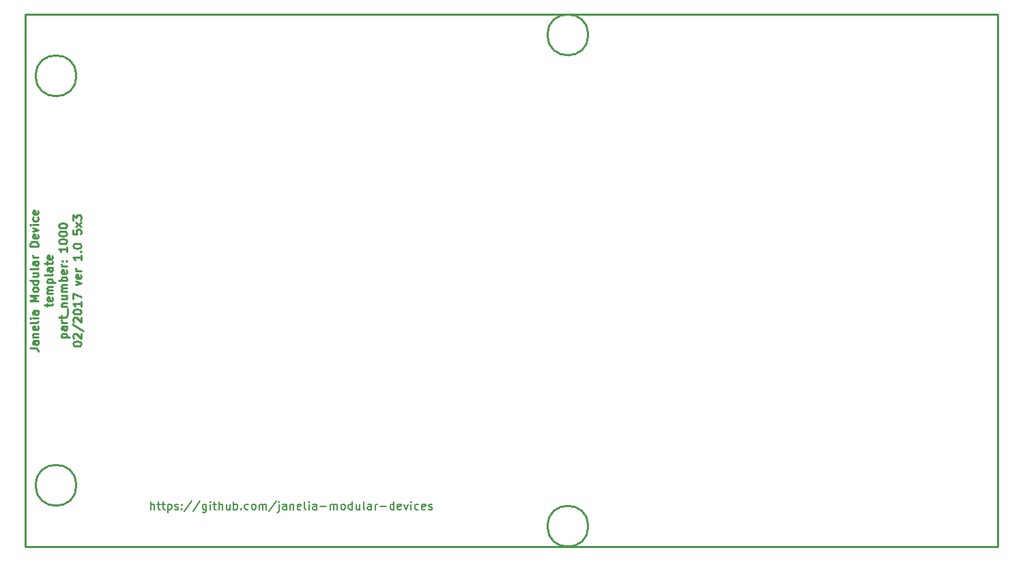
<source format=gto>
G04 #@! TF.GenerationSoftware,KiCad,Pcbnew,no-vcs-found-7602~57~ubuntu16.04.1*
G04 #@! TF.CreationDate,2017-02-08T15:14:31-05:00*
G04 #@! TF.ProjectId,step_dir_controller_5x3,74656D706C6174655F3578332E6B6963,1.0*
G04 #@! TF.FileFunction,Legend,Top*
G04 #@! TF.FilePolarity,Positive*
%FSLAX46Y46*%
G04 Gerber Fmt 4.6, Leading zero omitted, Abs format (unit mm)*
G04 Created by KiCad (PCBNEW no-vcs-found-7602~57~ubuntu16.04.1) date Wed Feb  8 15:14:31 2017*
%MOMM*%
%LPD*%
G01*
G04 APERTURE LIST*
%ADD10C,0.100000*%
%ADD11C,0.228600*%
%ADD12C,0.190500*%
%ADD13C,0.254000*%
%ADD14O,1.854200X2.540000*%
%ADD15R,1.854200X2.540000*%
%ADD16C,3.556000*%
G04 APERTURE END LIST*
D10*
D11*
X190500000Y-72390000D02*
X69850000Y-72390000D01*
X190500000Y-138430000D02*
X190500000Y-72390000D01*
X69850000Y-138430000D02*
X190500000Y-138430000D01*
X69850000Y-72390000D02*
X69850000Y-138430000D01*
D12*
X85452857Y-133809619D02*
X85452857Y-132793619D01*
X85888285Y-133809619D02*
X85888285Y-133277428D01*
X85839904Y-133180666D01*
X85743142Y-133132285D01*
X85598000Y-133132285D01*
X85501238Y-133180666D01*
X85452857Y-133229047D01*
X86226952Y-133132285D02*
X86614000Y-133132285D01*
X86372095Y-132793619D02*
X86372095Y-133664476D01*
X86420476Y-133761238D01*
X86517238Y-133809619D01*
X86614000Y-133809619D01*
X86807523Y-133132285D02*
X87194571Y-133132285D01*
X86952666Y-132793619D02*
X86952666Y-133664476D01*
X87001047Y-133761238D01*
X87097809Y-133809619D01*
X87194571Y-133809619D01*
X87533238Y-133132285D02*
X87533238Y-134148285D01*
X87533238Y-133180666D02*
X87630000Y-133132285D01*
X87823523Y-133132285D01*
X87920285Y-133180666D01*
X87968666Y-133229047D01*
X88017047Y-133325809D01*
X88017047Y-133616095D01*
X87968666Y-133712857D01*
X87920285Y-133761238D01*
X87823523Y-133809619D01*
X87630000Y-133809619D01*
X87533238Y-133761238D01*
X88404095Y-133761238D02*
X88500857Y-133809619D01*
X88694380Y-133809619D01*
X88791142Y-133761238D01*
X88839523Y-133664476D01*
X88839523Y-133616095D01*
X88791142Y-133519333D01*
X88694380Y-133470952D01*
X88549238Y-133470952D01*
X88452476Y-133422571D01*
X88404095Y-133325809D01*
X88404095Y-133277428D01*
X88452476Y-133180666D01*
X88549238Y-133132285D01*
X88694380Y-133132285D01*
X88791142Y-133180666D01*
X89274952Y-133712857D02*
X89323333Y-133761238D01*
X89274952Y-133809619D01*
X89226571Y-133761238D01*
X89274952Y-133712857D01*
X89274952Y-133809619D01*
X89274952Y-133180666D02*
X89323333Y-133229047D01*
X89274952Y-133277428D01*
X89226571Y-133229047D01*
X89274952Y-133180666D01*
X89274952Y-133277428D01*
X90484476Y-132745238D02*
X89613619Y-134051523D01*
X91548857Y-132745238D02*
X90678000Y-134051523D01*
X92322952Y-133132285D02*
X92322952Y-133954761D01*
X92274571Y-134051523D01*
X92226190Y-134099904D01*
X92129428Y-134148285D01*
X91984285Y-134148285D01*
X91887523Y-134099904D01*
X92322952Y-133761238D02*
X92226190Y-133809619D01*
X92032666Y-133809619D01*
X91935904Y-133761238D01*
X91887523Y-133712857D01*
X91839142Y-133616095D01*
X91839142Y-133325809D01*
X91887523Y-133229047D01*
X91935904Y-133180666D01*
X92032666Y-133132285D01*
X92226190Y-133132285D01*
X92322952Y-133180666D01*
X92806761Y-133809619D02*
X92806761Y-133132285D01*
X92806761Y-132793619D02*
X92758380Y-132842000D01*
X92806761Y-132890380D01*
X92855142Y-132842000D01*
X92806761Y-132793619D01*
X92806761Y-132890380D01*
X93145428Y-133132285D02*
X93532476Y-133132285D01*
X93290571Y-132793619D02*
X93290571Y-133664476D01*
X93338952Y-133761238D01*
X93435714Y-133809619D01*
X93532476Y-133809619D01*
X93871142Y-133809619D02*
X93871142Y-132793619D01*
X94306571Y-133809619D02*
X94306571Y-133277428D01*
X94258190Y-133180666D01*
X94161428Y-133132285D01*
X94016285Y-133132285D01*
X93919523Y-133180666D01*
X93871142Y-133229047D01*
X95225809Y-133132285D02*
X95225809Y-133809619D01*
X94790380Y-133132285D02*
X94790380Y-133664476D01*
X94838761Y-133761238D01*
X94935523Y-133809619D01*
X95080666Y-133809619D01*
X95177428Y-133761238D01*
X95225809Y-133712857D01*
X95709619Y-133809619D02*
X95709619Y-132793619D01*
X95709619Y-133180666D02*
X95806380Y-133132285D01*
X95999904Y-133132285D01*
X96096666Y-133180666D01*
X96145047Y-133229047D01*
X96193428Y-133325809D01*
X96193428Y-133616095D01*
X96145047Y-133712857D01*
X96096666Y-133761238D01*
X95999904Y-133809619D01*
X95806380Y-133809619D01*
X95709619Y-133761238D01*
X96628857Y-133712857D02*
X96677238Y-133761238D01*
X96628857Y-133809619D01*
X96580476Y-133761238D01*
X96628857Y-133712857D01*
X96628857Y-133809619D01*
X97548095Y-133761238D02*
X97451333Y-133809619D01*
X97257809Y-133809619D01*
X97161047Y-133761238D01*
X97112666Y-133712857D01*
X97064285Y-133616095D01*
X97064285Y-133325809D01*
X97112666Y-133229047D01*
X97161047Y-133180666D01*
X97257809Y-133132285D01*
X97451333Y-133132285D01*
X97548095Y-133180666D01*
X98128666Y-133809619D02*
X98031904Y-133761238D01*
X97983523Y-133712857D01*
X97935142Y-133616095D01*
X97935142Y-133325809D01*
X97983523Y-133229047D01*
X98031904Y-133180666D01*
X98128666Y-133132285D01*
X98273809Y-133132285D01*
X98370571Y-133180666D01*
X98418952Y-133229047D01*
X98467333Y-133325809D01*
X98467333Y-133616095D01*
X98418952Y-133712857D01*
X98370571Y-133761238D01*
X98273809Y-133809619D01*
X98128666Y-133809619D01*
X98902761Y-133809619D02*
X98902761Y-133132285D01*
X98902761Y-133229047D02*
X98951142Y-133180666D01*
X99047904Y-133132285D01*
X99193047Y-133132285D01*
X99289809Y-133180666D01*
X99338190Y-133277428D01*
X99338190Y-133809619D01*
X99338190Y-133277428D02*
X99386571Y-133180666D01*
X99483333Y-133132285D01*
X99628476Y-133132285D01*
X99725238Y-133180666D01*
X99773619Y-133277428D01*
X99773619Y-133809619D01*
X100983142Y-132745238D02*
X100112285Y-134051523D01*
X101321809Y-133132285D02*
X101321809Y-134003142D01*
X101273428Y-134099904D01*
X101176666Y-134148285D01*
X101128285Y-134148285D01*
X101321809Y-132793619D02*
X101273428Y-132842000D01*
X101321809Y-132890380D01*
X101370190Y-132842000D01*
X101321809Y-132793619D01*
X101321809Y-132890380D01*
X102241047Y-133809619D02*
X102241047Y-133277428D01*
X102192666Y-133180666D01*
X102095904Y-133132285D01*
X101902380Y-133132285D01*
X101805619Y-133180666D01*
X102241047Y-133761238D02*
X102144285Y-133809619D01*
X101902380Y-133809619D01*
X101805619Y-133761238D01*
X101757238Y-133664476D01*
X101757238Y-133567714D01*
X101805619Y-133470952D01*
X101902380Y-133422571D01*
X102144285Y-133422571D01*
X102241047Y-133374190D01*
X102724857Y-133132285D02*
X102724857Y-133809619D01*
X102724857Y-133229047D02*
X102773238Y-133180666D01*
X102870000Y-133132285D01*
X103015142Y-133132285D01*
X103111904Y-133180666D01*
X103160285Y-133277428D01*
X103160285Y-133809619D01*
X104031142Y-133761238D02*
X103934380Y-133809619D01*
X103740857Y-133809619D01*
X103644095Y-133761238D01*
X103595714Y-133664476D01*
X103595714Y-133277428D01*
X103644095Y-133180666D01*
X103740857Y-133132285D01*
X103934380Y-133132285D01*
X104031142Y-133180666D01*
X104079523Y-133277428D01*
X104079523Y-133374190D01*
X103595714Y-133470952D01*
X104660095Y-133809619D02*
X104563333Y-133761238D01*
X104514952Y-133664476D01*
X104514952Y-132793619D01*
X105047142Y-133809619D02*
X105047142Y-133132285D01*
X105047142Y-132793619D02*
X104998761Y-132842000D01*
X105047142Y-132890380D01*
X105095523Y-132842000D01*
X105047142Y-132793619D01*
X105047142Y-132890380D01*
X105966380Y-133809619D02*
X105966380Y-133277428D01*
X105918000Y-133180666D01*
X105821238Y-133132285D01*
X105627714Y-133132285D01*
X105530952Y-133180666D01*
X105966380Y-133761238D02*
X105869619Y-133809619D01*
X105627714Y-133809619D01*
X105530952Y-133761238D01*
X105482571Y-133664476D01*
X105482571Y-133567714D01*
X105530952Y-133470952D01*
X105627714Y-133422571D01*
X105869619Y-133422571D01*
X105966380Y-133374190D01*
X106450190Y-133422571D02*
X107224285Y-133422571D01*
X107708095Y-133809619D02*
X107708095Y-133132285D01*
X107708095Y-133229047D02*
X107756476Y-133180666D01*
X107853238Y-133132285D01*
X107998380Y-133132285D01*
X108095142Y-133180666D01*
X108143523Y-133277428D01*
X108143523Y-133809619D01*
X108143523Y-133277428D02*
X108191904Y-133180666D01*
X108288666Y-133132285D01*
X108433809Y-133132285D01*
X108530571Y-133180666D01*
X108578952Y-133277428D01*
X108578952Y-133809619D01*
X109207904Y-133809619D02*
X109111142Y-133761238D01*
X109062761Y-133712857D01*
X109014380Y-133616095D01*
X109014380Y-133325809D01*
X109062761Y-133229047D01*
X109111142Y-133180666D01*
X109207904Y-133132285D01*
X109353047Y-133132285D01*
X109449809Y-133180666D01*
X109498190Y-133229047D01*
X109546571Y-133325809D01*
X109546571Y-133616095D01*
X109498190Y-133712857D01*
X109449809Y-133761238D01*
X109353047Y-133809619D01*
X109207904Y-133809619D01*
X110417428Y-133809619D02*
X110417428Y-132793619D01*
X110417428Y-133761238D02*
X110320666Y-133809619D01*
X110127142Y-133809619D01*
X110030380Y-133761238D01*
X109982000Y-133712857D01*
X109933619Y-133616095D01*
X109933619Y-133325809D01*
X109982000Y-133229047D01*
X110030380Y-133180666D01*
X110127142Y-133132285D01*
X110320666Y-133132285D01*
X110417428Y-133180666D01*
X111336666Y-133132285D02*
X111336666Y-133809619D01*
X110901238Y-133132285D02*
X110901238Y-133664476D01*
X110949619Y-133761238D01*
X111046380Y-133809619D01*
X111191523Y-133809619D01*
X111288285Y-133761238D01*
X111336666Y-133712857D01*
X111965619Y-133809619D02*
X111868857Y-133761238D01*
X111820476Y-133664476D01*
X111820476Y-132793619D01*
X112788095Y-133809619D02*
X112788095Y-133277428D01*
X112739714Y-133180666D01*
X112642952Y-133132285D01*
X112449428Y-133132285D01*
X112352666Y-133180666D01*
X112788095Y-133761238D02*
X112691333Y-133809619D01*
X112449428Y-133809619D01*
X112352666Y-133761238D01*
X112304285Y-133664476D01*
X112304285Y-133567714D01*
X112352666Y-133470952D01*
X112449428Y-133422571D01*
X112691333Y-133422571D01*
X112788095Y-133374190D01*
X113271904Y-133809619D02*
X113271904Y-133132285D01*
X113271904Y-133325809D02*
X113320285Y-133229047D01*
X113368666Y-133180666D01*
X113465428Y-133132285D01*
X113562190Y-133132285D01*
X113900857Y-133422571D02*
X114674952Y-133422571D01*
X115594190Y-133809619D02*
X115594190Y-132793619D01*
X115594190Y-133761238D02*
X115497428Y-133809619D01*
X115303904Y-133809619D01*
X115207142Y-133761238D01*
X115158761Y-133712857D01*
X115110380Y-133616095D01*
X115110380Y-133325809D01*
X115158761Y-133229047D01*
X115207142Y-133180666D01*
X115303904Y-133132285D01*
X115497428Y-133132285D01*
X115594190Y-133180666D01*
X116465047Y-133761238D02*
X116368285Y-133809619D01*
X116174761Y-133809619D01*
X116078000Y-133761238D01*
X116029619Y-133664476D01*
X116029619Y-133277428D01*
X116078000Y-133180666D01*
X116174761Y-133132285D01*
X116368285Y-133132285D01*
X116465047Y-133180666D01*
X116513428Y-133277428D01*
X116513428Y-133374190D01*
X116029619Y-133470952D01*
X116852095Y-133132285D02*
X117094000Y-133809619D01*
X117335904Y-133132285D01*
X117722952Y-133809619D02*
X117722952Y-133132285D01*
X117722952Y-132793619D02*
X117674571Y-132842000D01*
X117722952Y-132890380D01*
X117771333Y-132842000D01*
X117722952Y-132793619D01*
X117722952Y-132890380D01*
X118642190Y-133761238D02*
X118545428Y-133809619D01*
X118351904Y-133809619D01*
X118255142Y-133761238D01*
X118206761Y-133712857D01*
X118158380Y-133616095D01*
X118158380Y-133325809D01*
X118206761Y-133229047D01*
X118255142Y-133180666D01*
X118351904Y-133132285D01*
X118545428Y-133132285D01*
X118642190Y-133180666D01*
X119464666Y-133761238D02*
X119367904Y-133809619D01*
X119174380Y-133809619D01*
X119077619Y-133761238D01*
X119029238Y-133664476D01*
X119029238Y-133277428D01*
X119077619Y-133180666D01*
X119174380Y-133132285D01*
X119367904Y-133132285D01*
X119464666Y-133180666D01*
X119513047Y-133277428D01*
X119513047Y-133374190D01*
X119029238Y-133470952D01*
X119900095Y-133761238D02*
X119996857Y-133809619D01*
X120190380Y-133809619D01*
X120287142Y-133761238D01*
X120335523Y-133664476D01*
X120335523Y-133616095D01*
X120287142Y-133519333D01*
X120190380Y-133470952D01*
X120045238Y-133470952D01*
X119948476Y-133422571D01*
X119900095Y-133325809D01*
X119900095Y-133277428D01*
X119948476Y-133180666D01*
X120045238Y-133132285D01*
X120190380Y-133132285D01*
X120287142Y-133180666D01*
D13*
X70436619Y-113804095D02*
X71162333Y-113804095D01*
X71307476Y-113852476D01*
X71404238Y-113949238D01*
X71452619Y-114094380D01*
X71452619Y-114191142D01*
X71452619Y-112884857D02*
X70920428Y-112884857D01*
X70823666Y-112933238D01*
X70775285Y-113030000D01*
X70775285Y-113223523D01*
X70823666Y-113320285D01*
X71404238Y-112884857D02*
X71452619Y-112981619D01*
X71452619Y-113223523D01*
X71404238Y-113320285D01*
X71307476Y-113368666D01*
X71210714Y-113368666D01*
X71113952Y-113320285D01*
X71065571Y-113223523D01*
X71065571Y-112981619D01*
X71017190Y-112884857D01*
X70775285Y-112401047D02*
X71452619Y-112401047D01*
X70872047Y-112401047D02*
X70823666Y-112352666D01*
X70775285Y-112255904D01*
X70775285Y-112110761D01*
X70823666Y-112014000D01*
X70920428Y-111965619D01*
X71452619Y-111965619D01*
X71404238Y-111094761D02*
X71452619Y-111191523D01*
X71452619Y-111385047D01*
X71404238Y-111481809D01*
X71307476Y-111530190D01*
X70920428Y-111530190D01*
X70823666Y-111481809D01*
X70775285Y-111385047D01*
X70775285Y-111191523D01*
X70823666Y-111094761D01*
X70920428Y-111046380D01*
X71017190Y-111046380D01*
X71113952Y-111530190D01*
X71452619Y-110465809D02*
X71404238Y-110562571D01*
X71307476Y-110610952D01*
X70436619Y-110610952D01*
X71452619Y-110078761D02*
X70775285Y-110078761D01*
X70436619Y-110078761D02*
X70485000Y-110127142D01*
X70533380Y-110078761D01*
X70485000Y-110030380D01*
X70436619Y-110078761D01*
X70533380Y-110078761D01*
X71452619Y-109159523D02*
X70920428Y-109159523D01*
X70823666Y-109207904D01*
X70775285Y-109304666D01*
X70775285Y-109498190D01*
X70823666Y-109594952D01*
X71404238Y-109159523D02*
X71452619Y-109256285D01*
X71452619Y-109498190D01*
X71404238Y-109594952D01*
X71307476Y-109643333D01*
X71210714Y-109643333D01*
X71113952Y-109594952D01*
X71065571Y-109498190D01*
X71065571Y-109256285D01*
X71017190Y-109159523D01*
X71452619Y-107901619D02*
X70436619Y-107901619D01*
X71162333Y-107562952D01*
X70436619Y-107224285D01*
X71452619Y-107224285D01*
X71452619Y-106595333D02*
X71404238Y-106692095D01*
X71355857Y-106740476D01*
X71259095Y-106788857D01*
X70968809Y-106788857D01*
X70872047Y-106740476D01*
X70823666Y-106692095D01*
X70775285Y-106595333D01*
X70775285Y-106450190D01*
X70823666Y-106353428D01*
X70872047Y-106305047D01*
X70968809Y-106256666D01*
X71259095Y-106256666D01*
X71355857Y-106305047D01*
X71404238Y-106353428D01*
X71452619Y-106450190D01*
X71452619Y-106595333D01*
X71452619Y-105385809D02*
X70436619Y-105385809D01*
X71404238Y-105385809D02*
X71452619Y-105482571D01*
X71452619Y-105676095D01*
X71404238Y-105772857D01*
X71355857Y-105821238D01*
X71259095Y-105869619D01*
X70968809Y-105869619D01*
X70872047Y-105821238D01*
X70823666Y-105772857D01*
X70775285Y-105676095D01*
X70775285Y-105482571D01*
X70823666Y-105385809D01*
X70775285Y-104466571D02*
X71452619Y-104466571D01*
X70775285Y-104902000D02*
X71307476Y-104902000D01*
X71404238Y-104853619D01*
X71452619Y-104756857D01*
X71452619Y-104611714D01*
X71404238Y-104514952D01*
X71355857Y-104466571D01*
X71452619Y-103837619D02*
X71404238Y-103934380D01*
X71307476Y-103982761D01*
X70436619Y-103982761D01*
X71452619Y-103015142D02*
X70920428Y-103015142D01*
X70823666Y-103063523D01*
X70775285Y-103160285D01*
X70775285Y-103353809D01*
X70823666Y-103450571D01*
X71404238Y-103015142D02*
X71452619Y-103111904D01*
X71452619Y-103353809D01*
X71404238Y-103450571D01*
X71307476Y-103498952D01*
X71210714Y-103498952D01*
X71113952Y-103450571D01*
X71065571Y-103353809D01*
X71065571Y-103111904D01*
X71017190Y-103015142D01*
X71452619Y-102531333D02*
X70775285Y-102531333D01*
X70968809Y-102531333D02*
X70872047Y-102482952D01*
X70823666Y-102434571D01*
X70775285Y-102337809D01*
X70775285Y-102241047D01*
X71452619Y-101128285D02*
X70436619Y-101128285D01*
X70436619Y-100886380D01*
X70485000Y-100741238D01*
X70581761Y-100644476D01*
X70678523Y-100596095D01*
X70872047Y-100547714D01*
X71017190Y-100547714D01*
X71210714Y-100596095D01*
X71307476Y-100644476D01*
X71404238Y-100741238D01*
X71452619Y-100886380D01*
X71452619Y-101128285D01*
X71404238Y-99725238D02*
X71452619Y-99822000D01*
X71452619Y-100015523D01*
X71404238Y-100112285D01*
X71307476Y-100160666D01*
X70920428Y-100160666D01*
X70823666Y-100112285D01*
X70775285Y-100015523D01*
X70775285Y-99822000D01*
X70823666Y-99725238D01*
X70920428Y-99676857D01*
X71017190Y-99676857D01*
X71113952Y-100160666D01*
X70775285Y-99338190D02*
X71452619Y-99096285D01*
X70775285Y-98854380D01*
X71452619Y-98467333D02*
X70775285Y-98467333D01*
X70436619Y-98467333D02*
X70485000Y-98515714D01*
X70533380Y-98467333D01*
X70485000Y-98418952D01*
X70436619Y-98467333D01*
X70533380Y-98467333D01*
X71404238Y-97548095D02*
X71452619Y-97644857D01*
X71452619Y-97838380D01*
X71404238Y-97935142D01*
X71355857Y-97983523D01*
X71259095Y-98031904D01*
X70968809Y-98031904D01*
X70872047Y-97983523D01*
X70823666Y-97935142D01*
X70775285Y-97838380D01*
X70775285Y-97644857D01*
X70823666Y-97548095D01*
X71404238Y-96725619D02*
X71452619Y-96822380D01*
X71452619Y-97015904D01*
X71404238Y-97112666D01*
X71307476Y-97161047D01*
X70920428Y-97161047D01*
X70823666Y-97112666D01*
X70775285Y-97015904D01*
X70775285Y-96822380D01*
X70823666Y-96725619D01*
X70920428Y-96677238D01*
X71017190Y-96677238D01*
X71113952Y-97161047D01*
X72553285Y-108627333D02*
X72553285Y-108240285D01*
X72214619Y-108482190D02*
X73085476Y-108482190D01*
X73182238Y-108433809D01*
X73230619Y-108337047D01*
X73230619Y-108240285D01*
X73182238Y-107514571D02*
X73230619Y-107611333D01*
X73230619Y-107804857D01*
X73182238Y-107901619D01*
X73085476Y-107950000D01*
X72698428Y-107950000D01*
X72601666Y-107901619D01*
X72553285Y-107804857D01*
X72553285Y-107611333D01*
X72601666Y-107514571D01*
X72698428Y-107466190D01*
X72795190Y-107466190D01*
X72891952Y-107950000D01*
X73230619Y-107030761D02*
X72553285Y-107030761D01*
X72650047Y-107030761D02*
X72601666Y-106982380D01*
X72553285Y-106885619D01*
X72553285Y-106740476D01*
X72601666Y-106643714D01*
X72698428Y-106595333D01*
X73230619Y-106595333D01*
X72698428Y-106595333D02*
X72601666Y-106546952D01*
X72553285Y-106450190D01*
X72553285Y-106305047D01*
X72601666Y-106208285D01*
X72698428Y-106159904D01*
X73230619Y-106159904D01*
X72553285Y-105676095D02*
X73569285Y-105676095D01*
X72601666Y-105676095D02*
X72553285Y-105579333D01*
X72553285Y-105385809D01*
X72601666Y-105289047D01*
X72650047Y-105240666D01*
X72746809Y-105192285D01*
X73037095Y-105192285D01*
X73133857Y-105240666D01*
X73182238Y-105289047D01*
X73230619Y-105385809D01*
X73230619Y-105579333D01*
X73182238Y-105676095D01*
X73230619Y-104611714D02*
X73182238Y-104708476D01*
X73085476Y-104756857D01*
X72214619Y-104756857D01*
X73230619Y-103789238D02*
X72698428Y-103789238D01*
X72601666Y-103837619D01*
X72553285Y-103934380D01*
X72553285Y-104127904D01*
X72601666Y-104224666D01*
X73182238Y-103789238D02*
X73230619Y-103886000D01*
X73230619Y-104127904D01*
X73182238Y-104224666D01*
X73085476Y-104273047D01*
X72988714Y-104273047D01*
X72891952Y-104224666D01*
X72843571Y-104127904D01*
X72843571Y-103886000D01*
X72795190Y-103789238D01*
X72553285Y-103450571D02*
X72553285Y-103063523D01*
X72214619Y-103305428D02*
X73085476Y-103305428D01*
X73182238Y-103257047D01*
X73230619Y-103160285D01*
X73230619Y-103063523D01*
X73182238Y-102337809D02*
X73230619Y-102434571D01*
X73230619Y-102628095D01*
X73182238Y-102724857D01*
X73085476Y-102773238D01*
X72698428Y-102773238D01*
X72601666Y-102724857D01*
X72553285Y-102628095D01*
X72553285Y-102434571D01*
X72601666Y-102337809D01*
X72698428Y-102289428D01*
X72795190Y-102289428D01*
X72891952Y-102773238D01*
X74331285Y-112449428D02*
X75347285Y-112449428D01*
X74379666Y-112449428D02*
X74331285Y-112352666D01*
X74331285Y-112159142D01*
X74379666Y-112062380D01*
X74428047Y-112014000D01*
X74524809Y-111965619D01*
X74815095Y-111965619D01*
X74911857Y-112014000D01*
X74960238Y-112062380D01*
X75008619Y-112159142D01*
X75008619Y-112352666D01*
X74960238Y-112449428D01*
X75008619Y-111094761D02*
X74476428Y-111094761D01*
X74379666Y-111143142D01*
X74331285Y-111239904D01*
X74331285Y-111433428D01*
X74379666Y-111530190D01*
X74960238Y-111094761D02*
X75008619Y-111191523D01*
X75008619Y-111433428D01*
X74960238Y-111530190D01*
X74863476Y-111578571D01*
X74766714Y-111578571D01*
X74669952Y-111530190D01*
X74621571Y-111433428D01*
X74621571Y-111191523D01*
X74573190Y-111094761D01*
X75008619Y-110610952D02*
X74331285Y-110610952D01*
X74524809Y-110610952D02*
X74428047Y-110562571D01*
X74379666Y-110514190D01*
X74331285Y-110417428D01*
X74331285Y-110320666D01*
X74331285Y-110127142D02*
X74331285Y-109740095D01*
X73992619Y-109982000D02*
X74863476Y-109982000D01*
X74960238Y-109933619D01*
X75008619Y-109836857D01*
X75008619Y-109740095D01*
X75105380Y-109643333D02*
X75105380Y-108869238D01*
X74331285Y-108627333D02*
X75008619Y-108627333D01*
X74428047Y-108627333D02*
X74379666Y-108578952D01*
X74331285Y-108482190D01*
X74331285Y-108337047D01*
X74379666Y-108240285D01*
X74476428Y-108191904D01*
X75008619Y-108191904D01*
X74331285Y-107272666D02*
X75008619Y-107272666D01*
X74331285Y-107708095D02*
X74863476Y-107708095D01*
X74960238Y-107659714D01*
X75008619Y-107562952D01*
X75008619Y-107417809D01*
X74960238Y-107321047D01*
X74911857Y-107272666D01*
X75008619Y-106788857D02*
X74331285Y-106788857D01*
X74428047Y-106788857D02*
X74379666Y-106740476D01*
X74331285Y-106643714D01*
X74331285Y-106498571D01*
X74379666Y-106401809D01*
X74476428Y-106353428D01*
X75008619Y-106353428D01*
X74476428Y-106353428D02*
X74379666Y-106305047D01*
X74331285Y-106208285D01*
X74331285Y-106063142D01*
X74379666Y-105966380D01*
X74476428Y-105918000D01*
X75008619Y-105918000D01*
X75008619Y-105434190D02*
X73992619Y-105434190D01*
X74379666Y-105434190D02*
X74331285Y-105337428D01*
X74331285Y-105143904D01*
X74379666Y-105047142D01*
X74428047Y-104998761D01*
X74524809Y-104950380D01*
X74815095Y-104950380D01*
X74911857Y-104998761D01*
X74960238Y-105047142D01*
X75008619Y-105143904D01*
X75008619Y-105337428D01*
X74960238Y-105434190D01*
X74960238Y-104127904D02*
X75008619Y-104224666D01*
X75008619Y-104418190D01*
X74960238Y-104514952D01*
X74863476Y-104563333D01*
X74476428Y-104563333D01*
X74379666Y-104514952D01*
X74331285Y-104418190D01*
X74331285Y-104224666D01*
X74379666Y-104127904D01*
X74476428Y-104079523D01*
X74573190Y-104079523D01*
X74669952Y-104563333D01*
X75008619Y-103644095D02*
X74331285Y-103644095D01*
X74524809Y-103644095D02*
X74428047Y-103595714D01*
X74379666Y-103547333D01*
X74331285Y-103450571D01*
X74331285Y-103353809D01*
X74911857Y-103015142D02*
X74960238Y-102966761D01*
X75008619Y-103015142D01*
X74960238Y-103063523D01*
X74911857Y-103015142D01*
X75008619Y-103015142D01*
X74379666Y-103015142D02*
X74428047Y-102966761D01*
X74476428Y-103015142D01*
X74428047Y-103063523D01*
X74379666Y-103015142D01*
X74476428Y-103015142D01*
X75008619Y-101225047D02*
X75008619Y-101805619D01*
X75008619Y-101515333D02*
X73992619Y-101515333D01*
X74137761Y-101612095D01*
X74234523Y-101708857D01*
X74282904Y-101805619D01*
X73992619Y-100596095D02*
X73992619Y-100499333D01*
X74041000Y-100402571D01*
X74089380Y-100354190D01*
X74186142Y-100305809D01*
X74379666Y-100257428D01*
X74621571Y-100257428D01*
X74815095Y-100305809D01*
X74911857Y-100354190D01*
X74960238Y-100402571D01*
X75008619Y-100499333D01*
X75008619Y-100596095D01*
X74960238Y-100692857D01*
X74911857Y-100741238D01*
X74815095Y-100789619D01*
X74621571Y-100838000D01*
X74379666Y-100838000D01*
X74186142Y-100789619D01*
X74089380Y-100741238D01*
X74041000Y-100692857D01*
X73992619Y-100596095D01*
X73992619Y-99628476D02*
X73992619Y-99531714D01*
X74041000Y-99434952D01*
X74089380Y-99386571D01*
X74186142Y-99338190D01*
X74379666Y-99289809D01*
X74621571Y-99289809D01*
X74815095Y-99338190D01*
X74911857Y-99386571D01*
X74960238Y-99434952D01*
X75008619Y-99531714D01*
X75008619Y-99628476D01*
X74960238Y-99725238D01*
X74911857Y-99773619D01*
X74815095Y-99822000D01*
X74621571Y-99870380D01*
X74379666Y-99870380D01*
X74186142Y-99822000D01*
X74089380Y-99773619D01*
X74041000Y-99725238D01*
X73992619Y-99628476D01*
X73992619Y-98660857D02*
X73992619Y-98564095D01*
X74041000Y-98467333D01*
X74089380Y-98418952D01*
X74186142Y-98370571D01*
X74379666Y-98322190D01*
X74621571Y-98322190D01*
X74815095Y-98370571D01*
X74911857Y-98418952D01*
X74960238Y-98467333D01*
X75008619Y-98564095D01*
X75008619Y-98660857D01*
X74960238Y-98757619D01*
X74911857Y-98805999D01*
X74815095Y-98854380D01*
X74621571Y-98902761D01*
X74379666Y-98902761D01*
X74186142Y-98854380D01*
X74089380Y-98805999D01*
X74041000Y-98757619D01*
X73992619Y-98660857D01*
X75770619Y-113296095D02*
X75770619Y-113199333D01*
X75819000Y-113102571D01*
X75867380Y-113054190D01*
X75964142Y-113005809D01*
X76157666Y-112957428D01*
X76399571Y-112957428D01*
X76593095Y-113005809D01*
X76689857Y-113054190D01*
X76738238Y-113102571D01*
X76786619Y-113199333D01*
X76786619Y-113296095D01*
X76738238Y-113392857D01*
X76689857Y-113441238D01*
X76593095Y-113489619D01*
X76399571Y-113538000D01*
X76157666Y-113538000D01*
X75964142Y-113489619D01*
X75867380Y-113441238D01*
X75819000Y-113392857D01*
X75770619Y-113296095D01*
X75867380Y-112570380D02*
X75819000Y-112522000D01*
X75770619Y-112425238D01*
X75770619Y-112183333D01*
X75819000Y-112086571D01*
X75867380Y-112038190D01*
X75964142Y-111989809D01*
X76060904Y-111989809D01*
X76206047Y-112038190D01*
X76786619Y-112618761D01*
X76786619Y-111989809D01*
X75722238Y-110828666D02*
X77028523Y-111699523D01*
X75867380Y-110538380D02*
X75819000Y-110490000D01*
X75770619Y-110393238D01*
X75770619Y-110151333D01*
X75819000Y-110054571D01*
X75867380Y-110006190D01*
X75964142Y-109957809D01*
X76060904Y-109957809D01*
X76206047Y-110006190D01*
X76786619Y-110586761D01*
X76786619Y-109957809D01*
X75770619Y-109328857D02*
X75770619Y-109232095D01*
X75819000Y-109135333D01*
X75867380Y-109086952D01*
X75964142Y-109038571D01*
X76157666Y-108990190D01*
X76399571Y-108990190D01*
X76593095Y-109038571D01*
X76689857Y-109086952D01*
X76738238Y-109135333D01*
X76786619Y-109232095D01*
X76786619Y-109328857D01*
X76738238Y-109425619D01*
X76689857Y-109474000D01*
X76593095Y-109522380D01*
X76399571Y-109570761D01*
X76157666Y-109570761D01*
X75964142Y-109522380D01*
X75867380Y-109474000D01*
X75819000Y-109425619D01*
X75770619Y-109328857D01*
X76786619Y-108022571D02*
X76786619Y-108603142D01*
X76786619Y-108312857D02*
X75770619Y-108312857D01*
X75915761Y-108409619D01*
X76012523Y-108506380D01*
X76060904Y-108603142D01*
X75770619Y-107683904D02*
X75770619Y-107006571D01*
X76786619Y-107442000D01*
X76109285Y-105942190D02*
X76786619Y-105700285D01*
X76109285Y-105458380D01*
X76738238Y-104684285D02*
X76786619Y-104781047D01*
X76786619Y-104974571D01*
X76738238Y-105071333D01*
X76641476Y-105119714D01*
X76254428Y-105119714D01*
X76157666Y-105071333D01*
X76109285Y-104974571D01*
X76109285Y-104781047D01*
X76157666Y-104684285D01*
X76254428Y-104635904D01*
X76351190Y-104635904D01*
X76447952Y-105119714D01*
X76786619Y-104200476D02*
X76109285Y-104200476D01*
X76302809Y-104200476D02*
X76206047Y-104152095D01*
X76157666Y-104103714D01*
X76109285Y-104006952D01*
X76109285Y-103910190D01*
X76786619Y-102265238D02*
X76786619Y-102845809D01*
X76786619Y-102555523D02*
X75770619Y-102555523D01*
X75915761Y-102652285D01*
X76012523Y-102749047D01*
X76060904Y-102845809D01*
X76689857Y-101829809D02*
X76738238Y-101781428D01*
X76786619Y-101829809D01*
X76738238Y-101878190D01*
X76689857Y-101829809D01*
X76786619Y-101829809D01*
X75770619Y-101152476D02*
X75770619Y-101055714D01*
X75819000Y-100958952D01*
X75867380Y-100910571D01*
X75964142Y-100862190D01*
X76157666Y-100813809D01*
X76399571Y-100813809D01*
X76593095Y-100862190D01*
X76689857Y-100910571D01*
X76738238Y-100958952D01*
X76786619Y-101055714D01*
X76786619Y-101152476D01*
X76738238Y-101249238D01*
X76689857Y-101297619D01*
X76593095Y-101346000D01*
X76399571Y-101394380D01*
X76157666Y-101394380D01*
X75964142Y-101346000D01*
X75867380Y-101297619D01*
X75819000Y-101249238D01*
X75770619Y-101152476D01*
X75770619Y-99120476D02*
X75770619Y-99604285D01*
X76254428Y-99652666D01*
X76206047Y-99604285D01*
X76157666Y-99507523D01*
X76157666Y-99265619D01*
X76206047Y-99168857D01*
X76254428Y-99120476D01*
X76351190Y-99072095D01*
X76593095Y-99072095D01*
X76689857Y-99120476D01*
X76738238Y-99168857D01*
X76786619Y-99265619D01*
X76786619Y-99507523D01*
X76738238Y-99604285D01*
X76689857Y-99652666D01*
X76786619Y-98733428D02*
X76109285Y-98201238D01*
X76109285Y-98733428D02*
X76786619Y-98201238D01*
X75770619Y-97910952D02*
X75770619Y-97282000D01*
X76157666Y-97620666D01*
X76157666Y-97475523D01*
X76206047Y-97378761D01*
X76254428Y-97330380D01*
X76351190Y-97282000D01*
X76593095Y-97282000D01*
X76689857Y-97330380D01*
X76738238Y-97378761D01*
X76786619Y-97475523D01*
X76786619Y-97765809D01*
X76738238Y-97862571D01*
X76689857Y-97910952D01*
D11*
X76200000Y-80010000D02*
G75*
G03X76200000Y-80010000I-2540000J0D01*
G01*
X76200000Y-130810000D02*
G75*
G03X76200000Y-130810000I-2540000J0D01*
G01*
X139700000Y-74930000D02*
G75*
G03X139700000Y-74930000I-2540000J0D01*
G01*
X139700000Y-135890000D02*
G75*
G03X139700000Y-135890000I-2540000J0D01*
G01*
%LPC*%
D14*
X74930000Y-74930000D03*
X77470000Y-74930000D03*
D15*
X72390000Y-74930000D03*
D14*
X80010000Y-74930000D03*
X82550000Y-74930000D03*
X85090000Y-74930000D03*
X87630000Y-74930000D03*
X90170000Y-74930000D03*
X92710000Y-74930000D03*
X95250000Y-74930000D03*
X97790000Y-74930000D03*
X100330000Y-74930000D03*
X102870000Y-74930000D03*
X105410000Y-74930000D03*
X107950000Y-74930000D03*
X110490000Y-74930000D03*
X110490000Y-135890000D03*
X107950000Y-135890000D03*
X105410000Y-135890000D03*
X102870000Y-135890000D03*
X100330000Y-135890000D03*
X97790000Y-135890000D03*
X95250000Y-135890000D03*
X92710000Y-135890000D03*
X90170000Y-135890000D03*
X87630000Y-135890000D03*
X85090000Y-135890000D03*
X82550000Y-135890000D03*
X80010000Y-135890000D03*
X77470000Y-135890000D03*
X74930000Y-135890000D03*
X72390000Y-135890000D03*
D16*
X73660000Y-80010000D03*
X73660000Y-130810000D03*
X137160000Y-135890000D03*
X137160000Y-74930000D03*
D14*
X113030000Y-135890000D03*
X115570000Y-135890000D03*
X118110000Y-135890000D03*
X120650000Y-135890000D03*
X123190000Y-135890000D03*
X125730000Y-135890000D03*
X128270000Y-135890000D03*
X130810000Y-135890000D03*
X133350000Y-135890000D03*
X113030000Y-74930000D03*
X115570000Y-74930000D03*
X118110000Y-74930000D03*
X120650000Y-74930000D03*
X123190000Y-74930000D03*
X125730000Y-74930000D03*
X128270000Y-74930000D03*
X130810000Y-74930000D03*
X133350000Y-74930000D03*
M02*

</source>
